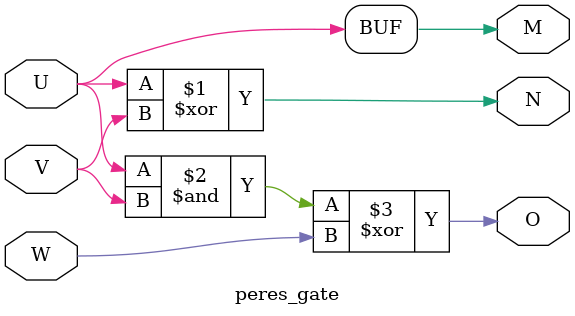
<source format=v>
`timescale 1ns / 1ps


module peres_gate (
    input  wire U,
    input  wire V,
    input  wire W,
    output wire M,
    output wire N,
    output wire O
);
    assign M = U;
    assign N = U ^ V;
    assign O = (U & V) ^ W;
endmodule

</source>
